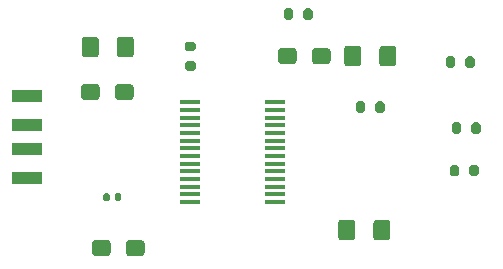
<source format=gtp>
%TF.GenerationSoftware,KiCad,Pcbnew,(5.1.8)-1*%
%TF.CreationDate,2021-08-17T23:37:39+02:00*%
%TF.ProjectId,USB_TLL,5553425f-544c-44c2-9e6b-696361645f70,rev?*%
%TF.SameCoordinates,Original*%
%TF.FileFunction,Paste,Top*%
%TF.FilePolarity,Positive*%
%FSLAX46Y46*%
G04 Gerber Fmt 4.6, Leading zero omitted, Abs format (unit mm)*
G04 Created by KiCad (PCBNEW (5.1.8)-1) date 2021-08-17 23:37:39*
%MOMM*%
%LPD*%
G01*
G04 APERTURE LIST*
%ADD10R,1.750000X0.450000*%
%ADD11R,2.500000X1.100000*%
G04 APERTURE END LIST*
D10*
%TO.C,U1*%
X116376000Y-64355000D03*
X116376000Y-65005000D03*
X116376000Y-65655000D03*
X116376000Y-66305000D03*
X116376000Y-66955000D03*
X116376000Y-67605000D03*
X116376000Y-68255000D03*
X116376000Y-68905000D03*
X116376000Y-69555000D03*
X116376000Y-70205000D03*
X116376000Y-70855000D03*
X116376000Y-71505000D03*
X116376000Y-72155000D03*
X116376000Y-72805000D03*
X109176000Y-72805000D03*
X109176000Y-72155000D03*
X109176000Y-71505000D03*
X109176000Y-70855000D03*
X109176000Y-70205000D03*
X109176000Y-69555000D03*
X109176000Y-68905000D03*
X109176000Y-68255000D03*
X109176000Y-67605000D03*
X109176000Y-66955000D03*
X109176000Y-66305000D03*
X109176000Y-65655000D03*
X109176000Y-65005000D03*
X109176000Y-64355000D03*
%TD*%
%TO.C,Tx1*%
G36*
G01*
X124727000Y-75809000D02*
X124727000Y-74559000D01*
G75*
G02*
X124977000Y-74309000I250000J0D01*
G01*
X125902000Y-74309000D01*
G75*
G02*
X126152000Y-74559000I0J-250000D01*
G01*
X126152000Y-75809000D01*
G75*
G02*
X125902000Y-76059000I-250000J0D01*
G01*
X124977000Y-76059000D01*
G75*
G02*
X124727000Y-75809000I0J250000D01*
G01*
G37*
G36*
G01*
X121752000Y-75809000D02*
X121752000Y-74559000D01*
G75*
G02*
X122002000Y-74309000I250000J0D01*
G01*
X122927000Y-74309000D01*
G75*
G02*
X123177000Y-74559000I0J-250000D01*
G01*
X123177000Y-75809000D01*
G75*
G02*
X122927000Y-76059000I-250000J0D01*
G01*
X122002000Y-76059000D01*
G75*
G02*
X121752000Y-75809000I0J250000D01*
G01*
G37*
%TD*%
%TO.C,Rx1*%
G36*
G01*
X125235000Y-61077000D02*
X125235000Y-59827000D01*
G75*
G02*
X125485000Y-59577000I250000J0D01*
G01*
X126410000Y-59577000D01*
G75*
G02*
X126660000Y-59827000I0J-250000D01*
G01*
X126660000Y-61077000D01*
G75*
G02*
X126410000Y-61327000I-250000J0D01*
G01*
X125485000Y-61327000D01*
G75*
G02*
X125235000Y-61077000I0J250000D01*
G01*
G37*
G36*
G01*
X122260000Y-61077000D02*
X122260000Y-59827000D01*
G75*
G02*
X122510000Y-59577000I250000J0D01*
G01*
X123435000Y-59577000D01*
G75*
G02*
X123685000Y-59827000I0J-250000D01*
G01*
X123685000Y-61077000D01*
G75*
G02*
X123435000Y-61327000I-250000J0D01*
G01*
X122510000Y-61327000D01*
G75*
G02*
X122260000Y-61077000I0J250000D01*
G01*
G37*
%TD*%
%TO.C,R6*%
G36*
G01*
X109495000Y-60027000D02*
X108945000Y-60027000D01*
G75*
G02*
X108745000Y-59827000I0J200000D01*
G01*
X108745000Y-59427000D01*
G75*
G02*
X108945000Y-59227000I200000J0D01*
G01*
X109495000Y-59227000D01*
G75*
G02*
X109695000Y-59427000I0J-200000D01*
G01*
X109695000Y-59827000D01*
G75*
G02*
X109495000Y-60027000I-200000J0D01*
G01*
G37*
G36*
G01*
X109495000Y-61677000D02*
X108945000Y-61677000D01*
G75*
G02*
X108745000Y-61477000I0J200000D01*
G01*
X108745000Y-61077000D01*
G75*
G02*
X108945000Y-60877000I200000J0D01*
G01*
X109495000Y-60877000D01*
G75*
G02*
X109695000Y-61077000I0J-200000D01*
G01*
X109695000Y-61477000D01*
G75*
G02*
X109495000Y-61677000I-200000J0D01*
G01*
G37*
%TD*%
%TO.C,R5*%
G36*
G01*
X132000001Y-69885001D02*
X132000001Y-70435001D01*
G75*
G02*
X131800001Y-70635001I-200000J0D01*
G01*
X131400001Y-70635001D01*
G75*
G02*
X131200001Y-70435001I0J200000D01*
G01*
X131200001Y-69885001D01*
G75*
G02*
X131400001Y-69685001I200000J0D01*
G01*
X131800001Y-69685001D01*
G75*
G02*
X132000001Y-69885001I0J-200000D01*
G01*
G37*
G36*
G01*
X133650001Y-69885001D02*
X133650001Y-70435001D01*
G75*
G02*
X133450001Y-70635001I-200000J0D01*
G01*
X133050001Y-70635001D01*
G75*
G02*
X132850001Y-70435001I0J200000D01*
G01*
X132850001Y-69885001D01*
G75*
G02*
X133050001Y-69685001I200000J0D01*
G01*
X133450001Y-69685001D01*
G75*
G02*
X133650001Y-69885001I0J-200000D01*
G01*
G37*
%TD*%
%TO.C,R4*%
G36*
G01*
X131655000Y-60685000D02*
X131655000Y-61235000D01*
G75*
G02*
X131455000Y-61435000I-200000J0D01*
G01*
X131055000Y-61435000D01*
G75*
G02*
X130855000Y-61235000I0J200000D01*
G01*
X130855000Y-60685000D01*
G75*
G02*
X131055000Y-60485000I200000J0D01*
G01*
X131455000Y-60485000D01*
G75*
G02*
X131655000Y-60685000I0J-200000D01*
G01*
G37*
G36*
G01*
X133305000Y-60685000D02*
X133305000Y-61235000D01*
G75*
G02*
X133105000Y-61435000I-200000J0D01*
G01*
X132705000Y-61435000D01*
G75*
G02*
X132505000Y-61235000I0J200000D01*
G01*
X132505000Y-60685000D01*
G75*
G02*
X132705000Y-60485000I200000J0D01*
G01*
X133105000Y-60485000D01*
G75*
G02*
X133305000Y-60685000I0J-200000D01*
G01*
G37*
%TD*%
%TO.C,R3*%
G36*
G01*
X133013000Y-66823000D02*
X133013000Y-66273000D01*
G75*
G02*
X133213000Y-66073000I200000J0D01*
G01*
X133613000Y-66073000D01*
G75*
G02*
X133813000Y-66273000I0J-200000D01*
G01*
X133813000Y-66823000D01*
G75*
G02*
X133613000Y-67023000I-200000J0D01*
G01*
X133213000Y-67023000D01*
G75*
G02*
X133013000Y-66823000I0J200000D01*
G01*
G37*
G36*
G01*
X131363000Y-66823000D02*
X131363000Y-66273000D01*
G75*
G02*
X131563000Y-66073000I200000J0D01*
G01*
X131963000Y-66073000D01*
G75*
G02*
X132163000Y-66273000I0J-200000D01*
G01*
X132163000Y-66823000D01*
G75*
G02*
X131963000Y-67023000I-200000J0D01*
G01*
X131563000Y-67023000D01*
G75*
G02*
X131363000Y-66823000I0J200000D01*
G01*
G37*
%TD*%
%TO.C,R2*%
G36*
G01*
X124035000Y-64495000D02*
X124035000Y-65045000D01*
G75*
G02*
X123835000Y-65245000I-200000J0D01*
G01*
X123435000Y-65245000D01*
G75*
G02*
X123235000Y-65045000I0J200000D01*
G01*
X123235000Y-64495000D01*
G75*
G02*
X123435000Y-64295000I200000J0D01*
G01*
X123835000Y-64295000D01*
G75*
G02*
X124035000Y-64495000I0J-200000D01*
G01*
G37*
G36*
G01*
X125685000Y-64495000D02*
X125685000Y-65045000D01*
G75*
G02*
X125485000Y-65245000I-200000J0D01*
G01*
X125085000Y-65245000D01*
G75*
G02*
X124885000Y-65045000I0J200000D01*
G01*
X124885000Y-64495000D01*
G75*
G02*
X125085000Y-64295000I200000J0D01*
G01*
X125485000Y-64295000D01*
G75*
G02*
X125685000Y-64495000I0J-200000D01*
G01*
G37*
%TD*%
%TO.C,R1*%
G36*
G01*
X117939000Y-56621000D02*
X117939000Y-57171000D01*
G75*
G02*
X117739000Y-57371000I-200000J0D01*
G01*
X117339000Y-57371000D01*
G75*
G02*
X117139000Y-57171000I0J200000D01*
G01*
X117139000Y-56621000D01*
G75*
G02*
X117339000Y-56421000I200000J0D01*
G01*
X117739000Y-56421000D01*
G75*
G02*
X117939000Y-56621000I0J-200000D01*
G01*
G37*
G36*
G01*
X119589000Y-56621000D02*
X119589000Y-57171000D01*
G75*
G02*
X119389000Y-57371000I-200000J0D01*
G01*
X118989000Y-57371000D01*
G75*
G02*
X118789000Y-57171000I0J200000D01*
G01*
X118789000Y-56621000D01*
G75*
G02*
X118989000Y-56421000I200000J0D01*
G01*
X119389000Y-56421000D01*
G75*
G02*
X119589000Y-56621000I0J-200000D01*
G01*
G37*
%TD*%
%TO.C,PWD1*%
G36*
G01*
X103010000Y-60315000D02*
X103010000Y-59065000D01*
G75*
G02*
X103260000Y-58815000I250000J0D01*
G01*
X104185000Y-58815000D01*
G75*
G02*
X104435000Y-59065000I0J-250000D01*
G01*
X104435000Y-60315000D01*
G75*
G02*
X104185000Y-60565000I-250000J0D01*
G01*
X103260000Y-60565000D01*
G75*
G02*
X103010000Y-60315000I0J250000D01*
G01*
G37*
G36*
G01*
X100035000Y-60315000D02*
X100035000Y-59065000D01*
G75*
G02*
X100285000Y-58815000I250000J0D01*
G01*
X101210000Y-58815000D01*
G75*
G02*
X101460000Y-59065000I0J-250000D01*
G01*
X101460000Y-60315000D01*
G75*
G02*
X101210000Y-60565000I-250000J0D01*
G01*
X100285000Y-60565000D01*
G75*
G02*
X100035000Y-60315000I0J250000D01*
G01*
G37*
%TD*%
D11*
%TO.C,J1*%
X95375000Y-63810000D03*
X95375000Y-70810000D03*
X95375000Y-66310000D03*
X95375000Y-68310000D03*
%TD*%
%TO.C,F1*%
G36*
G01*
X102426000Y-72217500D02*
X102426000Y-72562500D01*
G75*
G02*
X102278500Y-72710000I-147500J0D01*
G01*
X101983500Y-72710000D01*
G75*
G02*
X101836000Y-72562500I0J147500D01*
G01*
X101836000Y-72217500D01*
G75*
G02*
X101983500Y-72070000I147500J0D01*
G01*
X102278500Y-72070000D01*
G75*
G02*
X102426000Y-72217500I0J-147500D01*
G01*
G37*
G36*
G01*
X103396000Y-72217500D02*
X103396000Y-72562500D01*
G75*
G02*
X103248500Y-72710000I-147500J0D01*
G01*
X102953500Y-72710000D01*
G75*
G02*
X102806000Y-72562500I0J147500D01*
G01*
X102806000Y-72217500D01*
G75*
G02*
X102953500Y-72070000I147500J0D01*
G01*
X103248500Y-72070000D01*
G75*
G02*
X103396000Y-72217500I0J-147500D01*
G01*
G37*
%TD*%
%TO.C,C3*%
G36*
G01*
X118222000Y-60026999D02*
X118222000Y-60877001D01*
G75*
G02*
X117972001Y-61127000I-249999J0D01*
G01*
X116896999Y-61127000D01*
G75*
G02*
X116647000Y-60877001I0J249999D01*
G01*
X116647000Y-60026999D01*
G75*
G02*
X116896999Y-59777000I249999J0D01*
G01*
X117972001Y-59777000D01*
G75*
G02*
X118222000Y-60026999I0J-249999D01*
G01*
G37*
G36*
G01*
X121097000Y-60026999D02*
X121097000Y-60877001D01*
G75*
G02*
X120847001Y-61127000I-249999J0D01*
G01*
X119771999Y-61127000D01*
G75*
G02*
X119522000Y-60877001I0J249999D01*
G01*
X119522000Y-60026999D01*
G75*
G02*
X119771999Y-59777000I249999J0D01*
G01*
X120847001Y-59777000D01*
G75*
G02*
X121097000Y-60026999I0J-249999D01*
G01*
G37*
%TD*%
%TO.C,C2*%
G36*
G01*
X101544500Y-63074999D02*
X101544500Y-63925001D01*
G75*
G02*
X101294501Y-64175000I-249999J0D01*
G01*
X100219499Y-64175000D01*
G75*
G02*
X99969500Y-63925001I0J249999D01*
G01*
X99969500Y-63074999D01*
G75*
G02*
X100219499Y-62825000I249999J0D01*
G01*
X101294501Y-62825000D01*
G75*
G02*
X101544500Y-63074999I0J-249999D01*
G01*
G37*
G36*
G01*
X104419500Y-63074999D02*
X104419500Y-63925001D01*
G75*
G02*
X104169501Y-64175000I-249999J0D01*
G01*
X103094499Y-64175000D01*
G75*
G02*
X102844500Y-63925001I0J249999D01*
G01*
X102844500Y-63074999D01*
G75*
G02*
X103094499Y-62825000I249999J0D01*
G01*
X104169501Y-62825000D01*
G75*
G02*
X104419500Y-63074999I0J-249999D01*
G01*
G37*
%TD*%
%TO.C,C1*%
G36*
G01*
X102474000Y-76282999D02*
X102474000Y-77133001D01*
G75*
G02*
X102224001Y-77383000I-249999J0D01*
G01*
X101148999Y-77383000D01*
G75*
G02*
X100899000Y-77133001I0J249999D01*
G01*
X100899000Y-76282999D01*
G75*
G02*
X101148999Y-76033000I249999J0D01*
G01*
X102224001Y-76033000D01*
G75*
G02*
X102474000Y-76282999I0J-249999D01*
G01*
G37*
G36*
G01*
X105349000Y-76282999D02*
X105349000Y-77133001D01*
G75*
G02*
X105099001Y-77383000I-249999J0D01*
G01*
X104023999Y-77383000D01*
G75*
G02*
X103774000Y-77133001I0J249999D01*
G01*
X103774000Y-76282999D01*
G75*
G02*
X104023999Y-76033000I249999J0D01*
G01*
X105099001Y-76033000D01*
G75*
G02*
X105349000Y-76282999I0J-249999D01*
G01*
G37*
%TD*%
M02*

</source>
